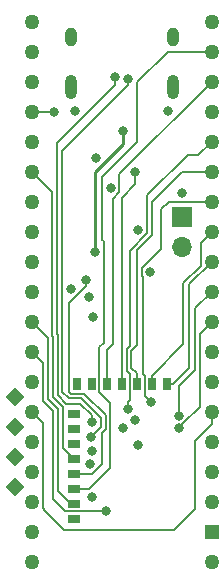
<source format=gbr>
G04 #@! TF.GenerationSoftware,KiCad,Pcbnew,(5.1.8)-1*
G04 #@! TF.CreationDate,2021-04-29T12:11:41+02:00*
G04 #@! TF.ProjectId,BlueMacro,426c7565-4d61-4637-926f-2e6b69636164,rev?*
G04 #@! TF.SameCoordinates,Original*
G04 #@! TF.FileFunction,Copper,L2,Inr*
G04 #@! TF.FilePolarity,Positive*
%FSLAX46Y46*%
G04 Gerber Fmt 4.6, Leading zero omitted, Abs format (unit mm)*
G04 Created by KiCad (PCBNEW (5.1.8)-1) date 2021-04-29 12:11:41*
%MOMM*%
%LPD*%
G01*
G04 APERTURE LIST*
G04 #@! TA.AperFunction,WasherPad*
%ADD10C,1.270000*%
G04 #@! TD*
G04 #@! TA.AperFunction,ComponentPad*
%ADD11C,1.270000*%
G04 #@! TD*
G04 #@! TA.AperFunction,ComponentPad*
%ADD12R,1.250000X1.250000*%
G04 #@! TD*
G04 #@! TA.AperFunction,ComponentPad*
%ADD13R,1.700000X1.700000*%
G04 #@! TD*
G04 #@! TA.AperFunction,ComponentPad*
%ADD14O,1.700000X1.700000*%
G04 #@! TD*
G04 #@! TA.AperFunction,ComponentPad*
%ADD15O,1.000000X1.600000*%
G04 #@! TD*
G04 #@! TA.AperFunction,ComponentPad*
%ADD16O,1.000000X2.100000*%
G04 #@! TD*
G04 #@! TA.AperFunction,ComponentPad*
%ADD17R,0.650000X1.000000*%
G04 #@! TD*
G04 #@! TA.AperFunction,ComponentPad*
%ADD18R,1.000000X0.650000*%
G04 #@! TD*
G04 #@! TA.AperFunction,ComponentPad*
%ADD19C,0.100000*%
G04 #@! TD*
G04 #@! TA.AperFunction,ViaPad*
%ADD20C,0.800000*%
G04 #@! TD*
G04 #@! TA.AperFunction,Conductor*
%ADD21C,0.250000*%
G04 #@! TD*
G04 #@! TA.AperFunction,Conductor*
%ADD22C,0.200000*%
G04 #@! TD*
G04 APERTURE END LIST*
D10*
X55880000Y-27940000D03*
X40640000Y-27940000D03*
X55880000Y-73660000D03*
X40640000Y-73660000D03*
D11*
X40640000Y-71120000D03*
X40640000Y-68580000D03*
X40640000Y-66040000D03*
X40640000Y-63500000D03*
X40640000Y-60960000D03*
X40640000Y-53340000D03*
X40640000Y-50800000D03*
X40640000Y-48260000D03*
X40640000Y-55880000D03*
X40640000Y-58420000D03*
D12*
X55880000Y-71120000D03*
D11*
X55880000Y-68580000D03*
X55880000Y-66040000D03*
X55880000Y-63500000D03*
X55880000Y-60960000D03*
X55880000Y-58420000D03*
X55880000Y-55880000D03*
X55880000Y-53340000D03*
X55880000Y-50800000D03*
X55880000Y-48260000D03*
X55880000Y-45720000D03*
X55880000Y-43180000D03*
X40640000Y-45720000D03*
X40640000Y-43180000D03*
X40640000Y-40640000D03*
X40640000Y-38100000D03*
X40640000Y-35560000D03*
X40640000Y-33020000D03*
X40640000Y-30480000D03*
X55880000Y-30480000D03*
X55880000Y-33020000D03*
X55880000Y-35560000D03*
X55880000Y-38100000D03*
X55880000Y-40640000D03*
D13*
X53340000Y-44450000D03*
D14*
X53340000Y-46990000D03*
D15*
X43940000Y-29270000D03*
X52580000Y-29270000D03*
D16*
X43940000Y-33450000D03*
X52580000Y-33450000D03*
D17*
X48283000Y-58607000D03*
X44473000Y-58607000D03*
X45743000Y-58607000D03*
X49553000Y-58607000D03*
X47013000Y-58607000D03*
X52093000Y-58607000D03*
X50823000Y-58607000D03*
D18*
X44219000Y-70037000D03*
X44219000Y-68767000D03*
X44219000Y-67497000D03*
X44219000Y-66227000D03*
X44219000Y-64957000D03*
X44219000Y-63687000D03*
X44219000Y-62417000D03*
X44219000Y-61147000D03*
G04 #@! TA.AperFunction,ComponentPad*
D19*
G36*
X39243000Y-60467817D02*
G01*
X38465183Y-59690000D01*
X39243000Y-58912183D01*
X40020817Y-59690000D01*
X39243000Y-60467817D01*
G37*
G04 #@! TD.AperFunction*
G04 #@! TA.AperFunction,ComponentPad*
G36*
X39243000Y-63007817D02*
G01*
X38465183Y-62230000D01*
X39243000Y-61452183D01*
X40020817Y-62230000D01*
X39243000Y-63007817D01*
G37*
G04 #@! TD.AperFunction*
G04 #@! TA.AperFunction,ComponentPad*
G36*
X39243000Y-65547817D02*
G01*
X38465183Y-64770000D01*
X39243000Y-63992183D01*
X40020817Y-64770000D01*
X39243000Y-65547817D01*
G37*
G04 #@! TD.AperFunction*
G04 #@! TA.AperFunction,ComponentPad*
G36*
X39243000Y-68087817D02*
G01*
X38465183Y-67310000D01*
X39243000Y-66532183D01*
X40020817Y-67310000D01*
X39243000Y-68087817D01*
G37*
G04 #@! TD.AperFunction*
D20*
X53340000Y-42418000D03*
X52203831Y-35488064D03*
X44316172Y-35488067D03*
X43942000Y-50546000D03*
X47371000Y-42037000D03*
X49657000Y-63754000D03*
X48338011Y-62357000D03*
X46101000Y-39522400D03*
X45510218Y-51246002D03*
X50673000Y-49149000D03*
X45835649Y-52973684D03*
X49657000Y-45593000D03*
X49403000Y-61631990D03*
X48387000Y-37211000D03*
X45966029Y-47482409D03*
X45755300Y-68160775D03*
X48768000Y-32766000D03*
X45666660Y-63121540D03*
X47726976Y-32628914D03*
X45719991Y-61848991D03*
X45247876Y-49774684D03*
X45574265Y-65386271D03*
X45713968Y-64253428D03*
X53085990Y-62357000D03*
X53086000Y-61341000D03*
X42545000Y-35560000D03*
X49403000Y-40640000D03*
X48768000Y-60706000D03*
X50747991Y-60161560D03*
X46956980Y-69377560D03*
D21*
X48387000Y-37211000D02*
X48387000Y-38273842D01*
X45966029Y-40694813D02*
X45966029Y-47482409D01*
X48387000Y-38273842D02*
X45966029Y-40694813D01*
D22*
X43776311Y-59836011D02*
X44850012Y-59836011D01*
X48768000Y-32766000D02*
X48768000Y-33331685D01*
X48768000Y-33331685D02*
X43241999Y-38857686D01*
X43241999Y-38857686D02*
X43241999Y-59301699D01*
X43241999Y-59301699D02*
X43776311Y-59836011D01*
X46503821Y-62245961D02*
X45666660Y-63083122D01*
X45666660Y-63083122D02*
X45666660Y-63121540D01*
X46503821Y-61489820D02*
X46503821Y-62245961D01*
X44850012Y-59836011D02*
X46503821Y-61489820D01*
X42812578Y-50003009D02*
X42791988Y-50023599D01*
X42812578Y-38246548D02*
X42812578Y-50003009D01*
X42791988Y-50023599D02*
X42791988Y-54360588D01*
X42837022Y-54405622D02*
X42837022Y-59550222D01*
X42791988Y-54360588D02*
X42837022Y-54405622D01*
X47726976Y-33332150D02*
X42812578Y-38246548D01*
X42837022Y-59550222D02*
X43572822Y-60286022D01*
X43572822Y-60286022D02*
X44722707Y-60286022D01*
X45719991Y-61283306D02*
X45719991Y-61848991D01*
X44722707Y-60286022D02*
X45719991Y-61283306D01*
X47726976Y-32628914D02*
X47726976Y-33332150D01*
X55880000Y-61858025D02*
X55880000Y-60960000D01*
X54483000Y-63430700D02*
X55880000Y-62033700D01*
X54483000Y-69215000D02*
X54483000Y-63430700D01*
X41694100Y-69253100D02*
X43406060Y-70965060D01*
X41694100Y-69245480D02*
X41694100Y-69253100D01*
X41575001Y-69126381D02*
X41694100Y-69245480D01*
X55880000Y-62033700D02*
X55880000Y-61858025D01*
X43406060Y-70965060D02*
X52732940Y-70965060D01*
X41575001Y-61895001D02*
X41575001Y-69126381D01*
X52732940Y-70965060D02*
X54483000Y-69215000D01*
X40640000Y-60960000D02*
X41575001Y-61895001D01*
X44219000Y-66227000D02*
X44044000Y-66227000D01*
X46903832Y-62411650D02*
X46903832Y-61254832D01*
X44219000Y-66227000D02*
X45723500Y-66227000D01*
X45085000Y-59436000D02*
X43942000Y-59436000D01*
X43789600Y-51798645D02*
X45247876Y-50340369D01*
X43789600Y-59283600D02*
X43789600Y-51798645D01*
X46574941Y-65375559D02*
X46574941Y-62740541D01*
X45723500Y-66227000D02*
X46574941Y-65375559D01*
X46574941Y-62740541D02*
X46903832Y-62411650D01*
X45247876Y-50340369D02*
X45247876Y-49774684D01*
X46903832Y-61254832D02*
X45085000Y-59436000D01*
X43942000Y-59436000D02*
X43789600Y-59283600D01*
X43271440Y-64009440D02*
X44219000Y-64957000D01*
X43271440Y-60550340D02*
X43271440Y-64009440D01*
X42437011Y-59715911D02*
X43271440Y-60550340D01*
X42437011Y-54571311D02*
X42437011Y-59715911D01*
X42391977Y-54526277D02*
X42437011Y-54571311D01*
X42391977Y-42391977D02*
X42391977Y-54526277D01*
X40640000Y-40640000D02*
X42391977Y-42391977D01*
X55880000Y-53340000D02*
X54864000Y-54356000D01*
X54864000Y-60578990D02*
X53485989Y-61957001D01*
X53485989Y-61957001D02*
X53085990Y-62357000D01*
X54864000Y-54356000D02*
X54864000Y-60578990D01*
X55880000Y-50800000D02*
X54463990Y-52216010D01*
X53086000Y-58801000D02*
X53086000Y-60775315D01*
X53086000Y-60775315D02*
X53086000Y-61341000D01*
X54463990Y-57423010D02*
X53086000Y-58801000D01*
X54463990Y-52216010D02*
X54463990Y-57423010D01*
X42545000Y-35560000D02*
X40640000Y-35560000D01*
X48283000Y-58607000D02*
X48283000Y-42833685D01*
X48283000Y-42833685D02*
X49403000Y-41713685D01*
X49403000Y-41205685D02*
X49403000Y-40640000D01*
X49403000Y-41713685D02*
X49403000Y-41205685D01*
X49084636Y-57232638D02*
X49084636Y-55797690D01*
X49084636Y-55797690D02*
X49553000Y-55329326D01*
X49553000Y-58607000D02*
X49553000Y-57701002D01*
X54981975Y-40640000D02*
X55880000Y-40640000D01*
X50842973Y-46025291D02*
X50842973Y-43206327D01*
X49553000Y-47315264D02*
X50842973Y-46025291D01*
X50842973Y-43206327D02*
X53409300Y-40640000D01*
X53409300Y-40640000D02*
X54981975Y-40640000D01*
X49553000Y-57701002D02*
X49084636Y-57232638D01*
X49553000Y-55329326D02*
X49553000Y-47315264D01*
X47013000Y-57907000D02*
X47013000Y-58607000D01*
X48071001Y-40828999D02*
X48071001Y-42373001D01*
X55880000Y-33020000D02*
X48071001Y-40828999D01*
X48071001Y-42373001D02*
X47526001Y-42918001D01*
X47526001Y-42918001D02*
X47526001Y-55266297D01*
X47526001Y-55266297D02*
X47013000Y-55779298D01*
X47013000Y-55779298D02*
X47013000Y-57907000D01*
X53975000Y-50165000D02*
X55880000Y-48260000D01*
X53975000Y-57250000D02*
X53975000Y-50165000D01*
X52618000Y-58607000D02*
X53975000Y-57250000D01*
X52093000Y-58607000D02*
X52618000Y-58607000D01*
X53467000Y-55263000D02*
X50823000Y-57907000D01*
X53467000Y-50107302D02*
X53467000Y-55263000D01*
X54944999Y-48629303D02*
X53467000Y-50107302D01*
X50823000Y-57907000D02*
X50823000Y-58607000D01*
X55880000Y-45720000D02*
X54944999Y-46655001D01*
X54944999Y-46655001D02*
X54944999Y-48629303D01*
X48768000Y-60140315D02*
X48768000Y-60706000D01*
X48927999Y-59980316D02*
X48768000Y-60140315D01*
X48684625Y-57533246D02*
X48927999Y-57776620D01*
X48927999Y-55388627D02*
X48684625Y-55632001D01*
X54766922Y-39213078D02*
X53868897Y-39213078D01*
X55880000Y-38100000D02*
X54766922Y-39213078D01*
X48927999Y-57776620D02*
X48927999Y-59980316D01*
X53868897Y-39213078D02*
X50442962Y-42639013D01*
X48684625Y-55632001D02*
X48684625Y-57533246D01*
X50442962Y-42639013D02*
X50442962Y-45859602D01*
X50442962Y-45859602D02*
X48927999Y-47374565D01*
X48927999Y-47374565D02*
X48927999Y-55388627D01*
X50197999Y-57971610D02*
X50197999Y-59611568D01*
X50033388Y-57806999D02*
X50197999Y-57971610D01*
X50033388Y-49545390D02*
X50033388Y-57806999D01*
X50197999Y-59611568D02*
X50747991Y-60161560D01*
X49972999Y-49485001D02*
X50033388Y-49545390D01*
X49972999Y-48812999D02*
X49972999Y-49485001D01*
X51622960Y-47163038D02*
X49972999Y-48812999D01*
X51622960Y-43830240D02*
X51622960Y-47163038D01*
X52273200Y-43180000D02*
X51622960Y-43830240D01*
X55880000Y-43180000D02*
X52273200Y-43180000D01*
X45533000Y-67497000D02*
X44219000Y-67497000D01*
X46368001Y-59327003D02*
X47303843Y-60262845D01*
X47303843Y-65726157D02*
X45533000Y-67497000D01*
X46368001Y-55485999D02*
X46368001Y-59327003D01*
X47303843Y-60262845D02*
X47303843Y-65726157D01*
X46745498Y-55108502D02*
X46368001Y-55485999D01*
X46609000Y-46388944D02*
X46745498Y-46525442D01*
X46609000Y-41127998D02*
X46609000Y-46388944D01*
X46745498Y-46525442D02*
X46745498Y-55108502D01*
X49591999Y-33085001D02*
X49591999Y-38144999D01*
X49591999Y-38144999D02*
X46609000Y-41127998D01*
X52197000Y-30480000D02*
X49591999Y-33085001D01*
X55880000Y-30480000D02*
X52197000Y-30480000D01*
X42037000Y-54737000D02*
X40640000Y-53340000D01*
X42037000Y-59916954D02*
X42037000Y-54737000D01*
X42839640Y-60719594D02*
X42037000Y-59916954D01*
X42839640Y-67660520D02*
X42839640Y-60719594D01*
X43946120Y-68767000D02*
X42839640Y-67660520D01*
X44219000Y-68767000D02*
X43946120Y-68767000D01*
X41636990Y-60082643D02*
X42439630Y-60885283D01*
X42439630Y-68352632D02*
X43479798Y-69392800D01*
X40640000Y-55880000D02*
X41636990Y-56876990D01*
X41636990Y-56876990D02*
X41636990Y-60082643D01*
X46941740Y-69392800D02*
X46956980Y-69377560D01*
X42439630Y-60885283D02*
X42439630Y-68352632D01*
X43479798Y-69392800D02*
X46941740Y-69392800D01*
M02*

</source>
